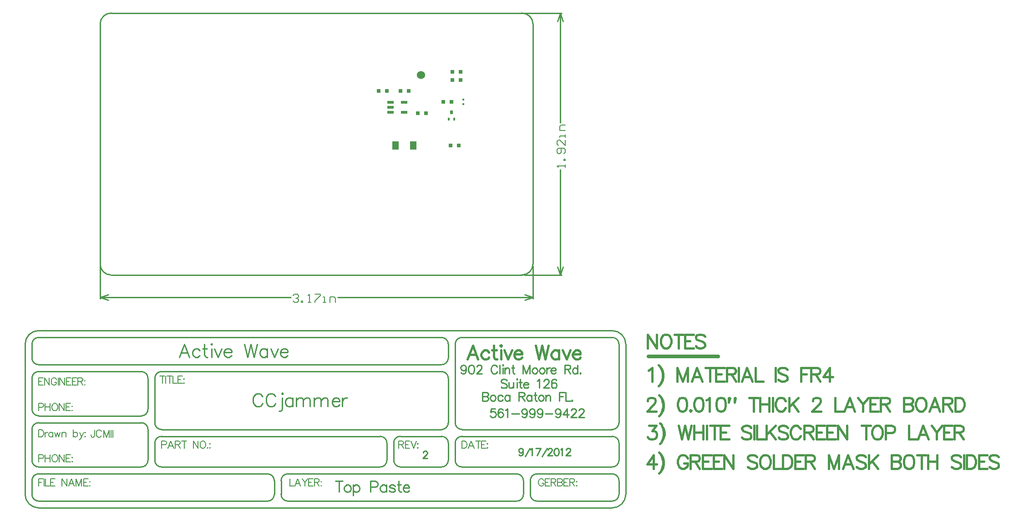
<source format=gtp>
%FSLAX25Y25*%
%MOIN*%
G70*
G01*
G75*
G04 Layer_Color=8421504*
%ADD10C,0.02500*%
%ADD11C,0.06000*%
%ADD12R,0.05000X0.02000*%
%ADD13R,0.03000X0.03000*%
%ADD14R,0.01575X0.01575*%
%ADD15R,0.01575X0.02362*%
%ADD16R,0.01969X0.02756*%
%ADD17R,0.05118X0.06299*%
%ADD18C,0.01000*%
%ADD19C,0.02000*%
%ADD20C,0.01200*%
%ADD21C,0.03000*%
%ADD22C,0.00800*%
%ADD23C,0.00600*%
%ADD24C,0.00900*%
%ADD25C,0.01500*%
%ADD26C,0.00500*%
%ADD27C,0.04000*%
%ADD28C,0.00984*%
D10*
X401800Y-59700D02*
X452800D01*
D11*
X235000Y146500D02*
D03*
D12*
X212600Y119150D02*
D03*
Y122950D02*
D03*
X222600Y119150D02*
D03*
X212600Y126650D02*
D03*
X222600D02*
D03*
D13*
X264000Y143000D02*
D03*
X258000D02*
D03*
X264000Y149000D02*
D03*
X258000D02*
D03*
X232600Y118600D02*
D03*
X238600D02*
D03*
X219900Y135000D02*
D03*
X225900D02*
D03*
X251200Y126800D02*
D03*
X257200D02*
D03*
X204100Y134900D02*
D03*
X210100D02*
D03*
X262800Y95100D02*
D03*
X256800D02*
D03*
D14*
X265900Y125325D02*
D03*
Y128475D02*
D03*
D15*
X259169Y114250D02*
D03*
X255231D02*
D03*
D16*
X257200Y119369D02*
D03*
D17*
X229196Y94800D02*
D03*
X216204D02*
D03*
D18*
X175066Y-151202D02*
Y-159200D01*
X172400Y-151202D02*
X177732D01*
X180589Y-153868D02*
X179827Y-154249D01*
X179065Y-155010D01*
X178684Y-156153D01*
Y-156915D01*
X179065Y-158057D01*
X179827Y-158819D01*
X180589Y-159200D01*
X181731D01*
X182493Y-158819D01*
X183255Y-158057D01*
X183636Y-156915D01*
Y-156153D01*
X183255Y-155010D01*
X182493Y-154249D01*
X181731Y-153868D01*
X180589D01*
X185388D02*
Y-161866D01*
Y-155010D02*
X186149Y-154249D01*
X186911Y-153868D01*
X188054D01*
X188815Y-154249D01*
X189577Y-155010D01*
X189958Y-156153D01*
Y-156915D01*
X189577Y-158057D01*
X188815Y-158819D01*
X188054Y-159200D01*
X186911D01*
X186149Y-158819D01*
X185388Y-158057D01*
X197956Y-155391D02*
X201384D01*
X202527Y-155010D01*
X202908Y-154630D01*
X203289Y-153868D01*
Y-152725D01*
X202908Y-151963D01*
X202527Y-151583D01*
X201384Y-151202D01*
X197956D01*
Y-159200D01*
X209649Y-153868D02*
Y-159200D01*
Y-155010D02*
X208887Y-154249D01*
X208126Y-153868D01*
X206983D01*
X206221Y-154249D01*
X205460Y-155010D01*
X205079Y-156153D01*
Y-156915D01*
X205460Y-158057D01*
X206221Y-158819D01*
X206983Y-159200D01*
X208126D01*
X208887Y-158819D01*
X209649Y-158057D01*
X215972Y-155010D02*
X215591Y-154249D01*
X214448Y-153868D01*
X213305D01*
X212163Y-154249D01*
X211782Y-155010D01*
X212163Y-155772D01*
X212925Y-156153D01*
X214829Y-156534D01*
X215591Y-156915D01*
X215972Y-157676D01*
Y-158057D01*
X215591Y-158819D01*
X214448Y-159200D01*
X213305D01*
X212163Y-158819D01*
X211782Y-158057D01*
X218790Y-151202D02*
Y-157676D01*
X219171Y-158819D01*
X219933Y-159200D01*
X220694D01*
X217648Y-153868D02*
X220314D01*
X221837Y-156153D02*
X226408D01*
Y-155391D01*
X226027Y-154630D01*
X225646Y-154249D01*
X224884Y-153868D01*
X223741D01*
X222980Y-154249D01*
X222218Y-155010D01*
X221837Y-156153D01*
Y-156915D01*
X222218Y-158057D01*
X222980Y-158819D01*
X223741Y-159200D01*
X224884D01*
X225646Y-158819D01*
X226408Y-158057D01*
X310500Y192000D02*
X338000D01*
X310500Y0D02*
X338000D01*
X337000Y111495D02*
Y192000D01*
Y0D02*
Y77305D01*
X335000Y186000D02*
X337000Y192000D01*
X339000Y186000D01*
X337000Y0D02*
X339000Y6000D01*
X335000D02*
X337000Y0D01*
X317000Y-17500D02*
Y6516D01*
X0Y-17500D02*
Y6516D01*
X173995Y-16500D02*
X317000D01*
X0D02*
X139805D01*
X311000Y-14500D02*
X317000Y-16500D01*
X311000Y-18500D02*
X317000Y-16500D01*
X0D02*
X6000Y-18500D01*
X0Y-16500D02*
X6000Y-14500D01*
X-16Y8016D02*
G03*
X8000Y0I8016J0D01*
G01*
X8016Y192016D02*
G03*
X0Y184000I0J-8016D01*
G01*
X317016Y183984D02*
G03*
X309000Y192000I-8016J0D01*
G01*
Y0D02*
G03*
X317016Y8016I0J8016D01*
G01*
X8000Y0D02*
X309000D01*
X0Y8016D02*
Y184000D01*
X317000Y8016D02*
Y183984D01*
X8016Y192000D02*
X309000D01*
X127501Y-150794D02*
G03*
X122502Y-145794I-5000J0D01*
G01*
X122618Y-165794D02*
G03*
X127499Y-160827I84J4800D01*
G01*
X137502Y-145794D02*
G03*
X132501Y-150794I0J-5000D01*
G01*
Y-160794D02*
G03*
X137414Y-165793I5000J0D01*
G01*
X310001Y-150794D02*
G03*
X305001Y-145794I-5000J0D01*
G01*
X305118Y-165794D02*
G03*
X309999Y-160827I84J4800D01*
G01*
X315002Y-160894D02*
G03*
X319987Y-165793I4900J0D01*
G01*
X320002Y-145794D02*
G03*
X315002Y-150794I0J-5000D01*
G01*
X35002Y-75694D02*
G03*
X30101Y-70794I-4900J0D01*
G01*
X30202Y-103294D02*
G03*
X35002Y-98494I0J4800D01*
G01*
Y-113194D02*
G03*
X29930Y-108297I-4900J0D01*
G01*
X40001Y-108394D02*
G03*
X44901Y-113294I4900J0D01*
G01*
X40001Y-135894D02*
G03*
X44901Y-140794I4900J0D01*
G01*
X30101D02*
G03*
X35002Y-135894I0J4900D01*
G01*
X210001Y-123194D02*
G03*
X205101Y-118294I-4900J0D01*
G01*
Y-140794D02*
G03*
X210001Y-135809I0J4900D01*
G01*
X215002Y-135694D02*
G03*
X220012Y-140793I5100J0D01*
G01*
X219801Y-118294D02*
G03*
X215008Y-123345I0J-4800D01*
G01*
X45002Y-118294D02*
G03*
X40001Y-123294I0J-5000D01*
G01*
X45001Y-70794D02*
G03*
X40001Y-75794I0J-5000D01*
G01*
X-49999Y-135794D02*
G03*
X-45086Y-140793I5000J0D01*
G01*
X-44998Y-108294D02*
G03*
X-49999Y-113294I0J-5000D01*
G01*
Y-98294D02*
G03*
X-44998Y-103294I5000J0D01*
G01*
Y-70794D02*
G03*
X-49999Y-75794I0J-5000D01*
G01*
Y-60794D02*
G03*
X-44998Y-65794I5000J0D01*
G01*
Y-45794D02*
G03*
X-49999Y-50794I0J-5000D01*
G01*
X255001D02*
G03*
X250002Y-45794I-5000J0D01*
G01*
X265002D02*
G03*
X260001Y-50794I0J-5000D01*
G01*
X250002Y-65794D02*
G03*
X255001Y-60794I0J5000D01*
G01*
Y-75794D02*
G03*
X250002Y-70794I-5000J0D01*
G01*
X-44998Y-145794D02*
G03*
X-49999Y-150794I0J-5000D01*
G01*
X250089Y-113294D02*
G03*
X255002Y-108294I-87J5000D01*
G01*
X-49999Y-160794D02*
G03*
X-45086Y-165793I5000J0D01*
G01*
X255001Y-123194D02*
G03*
X250101Y-118294I-4900J0D01*
G01*
X260001Y-135894D02*
G03*
X264987Y-140793I4900J0D01*
G01*
X250002Y-140794D02*
G03*
X255001Y-135794I0J5000D01*
G01*
X375002Y-165794D02*
G03*
X380001Y-160794I0J5000D01*
G01*
X380002Y-150707D02*
G03*
X375002Y-145793I-5000J-87D01*
G01*
Y-140794D02*
G03*
X380001Y-135794I0J5000D01*
G01*
Y-50694D02*
G03*
X374931Y-45797I-4900J0D01*
G01*
X385001Y-50794D02*
G03*
X375002Y-40794I-10000J0D01*
G01*
Y-170794D02*
G03*
X385001Y-160794I0J10000D01*
G01*
X-54998Y-160694D02*
G03*
X-45075Y-170792I10100J0D01*
G01*
X-44998Y-40794D02*
G03*
X-54998Y-50794I0J-10000D01*
G01*
X260001Y-108294D02*
G03*
X265002Y-113294I5000J0D01*
G01*
X375002D02*
G03*
X380001Y-108294I0J5000D01*
G01*
X265002Y-118294D02*
G03*
X260001Y-123294I0J-5000D01*
G01*
X380001Y-123194D02*
G03*
X375101Y-118294I-4900J0D01*
G01*
X137502Y-165794D02*
X305001D01*
X-44998D02*
X122502D01*
X-44998Y-145794D02*
X122502D01*
X137502D02*
X305001D01*
X320002Y-165794D02*
X375002D01*
X320002Y-145794D02*
X375002D01*
X-44998Y-45794D02*
X250002D01*
X-44998Y-170794D02*
X375002D01*
X-44998Y-40794D02*
X375002D01*
X-44998Y-140794D02*
X30002D01*
X-44998Y-108294D02*
X30002D01*
X-44998Y-103294D02*
X30002D01*
X-44998Y-70794D02*
X30002D01*
X-44998Y-65794D02*
X250002D01*
X45002Y-70794D02*
X250002D01*
X45002Y-118294D02*
X205001D01*
X45002Y-140794D02*
X205001D01*
X220002D02*
X250002D01*
X220002Y-118294D02*
X250002D01*
X265002Y-140794D02*
X375002D01*
X265002Y-45794D02*
X375002D01*
X45002Y-113294D02*
X250002D01*
X265002D02*
X375002D01*
X265002Y-118294D02*
X375002D01*
X127501Y-160794D02*
Y-150794D01*
X132501Y-160794D02*
Y-150794D01*
X310001Y-160794D02*
Y-150794D01*
X315002Y-160794D02*
Y-150794D01*
X385001Y-160794D02*
Y-50794D01*
X-49999Y-135794D02*
Y-113294D01*
X35002Y-135794D02*
Y-113294D01*
X-49999Y-98294D02*
Y-75794D01*
X35002Y-98294D02*
Y-75794D01*
X-49999Y-60794D02*
Y-50794D01*
X255001Y-60794D02*
Y-50794D01*
Y-108294D02*
Y-75794D01*
X40001Y-108294D02*
Y-75794D01*
X210001Y-135794D02*
Y-123294D01*
X40001Y-135794D02*
Y-123294D01*
X215002Y-135794D02*
Y-123294D01*
X255001Y-135794D02*
Y-123294D01*
X380001Y-160794D02*
Y-150794D01*
X-49999Y-160794D02*
Y-150794D01*
X-54998Y-160794D02*
Y-50794D01*
X260001Y-108294D02*
Y-50794D01*
X380001Y-108294D02*
Y-50794D01*
X260001Y-135794D02*
Y-123294D01*
X380001Y-135794D02*
Y-123194D01*
X297875Y-77392D02*
X297266Y-76782D01*
X296352Y-76478D01*
X295133D01*
X294219Y-76782D01*
X293609Y-77392D01*
Y-78001D01*
X293914Y-78611D01*
X294219Y-78915D01*
X294828Y-79220D01*
X296656Y-79829D01*
X297266Y-80134D01*
X297570Y-80439D01*
X297875Y-81048D01*
Y-81962D01*
X297266Y-82572D01*
X296352Y-82876D01*
X295133D01*
X294219Y-82572D01*
X293609Y-81962D01*
X299307Y-78611D02*
Y-81658D01*
X299612Y-82572D01*
X300221Y-82876D01*
X301135D01*
X301745Y-82572D01*
X302659Y-81658D01*
Y-78611D02*
Y-82876D01*
X304944Y-76478D02*
X305249Y-76782D01*
X305554Y-76478D01*
X305249Y-76173D01*
X304944Y-76478D01*
X305249Y-78611D02*
Y-82876D01*
X307595Y-76478D02*
Y-81658D01*
X307900Y-82572D01*
X308509Y-82876D01*
X309119D01*
X306681Y-78611D02*
X308814D01*
X310033Y-80439D02*
X313689D01*
Y-79829D01*
X313384Y-79220D01*
X313080Y-78915D01*
X312470Y-78611D01*
X311556D01*
X310947Y-78915D01*
X310337Y-79525D01*
X310033Y-80439D01*
Y-81048D01*
X310337Y-81962D01*
X310947Y-82572D01*
X311556Y-82876D01*
X312470D01*
X313080Y-82572D01*
X313689Y-81962D01*
X320088Y-77697D02*
X320697Y-77392D01*
X321611Y-76478D01*
Y-82876D01*
X325085Y-78001D02*
Y-77697D01*
X325389Y-77087D01*
X325694Y-76782D01*
X326303Y-76478D01*
X327522D01*
X328132Y-76782D01*
X328436Y-77087D01*
X328741Y-77697D01*
Y-78306D01*
X328436Y-78915D01*
X327827Y-79829D01*
X324780Y-82876D01*
X329046D01*
X334134Y-77392D02*
X333829Y-76782D01*
X332915Y-76478D01*
X332306D01*
X331392Y-76782D01*
X330783Y-77697D01*
X330478Y-79220D01*
Y-80743D01*
X330783Y-81962D01*
X331392Y-82572D01*
X332306Y-82876D01*
X332611D01*
X333525Y-82572D01*
X334134Y-81962D01*
X334439Y-81048D01*
Y-80743D01*
X334134Y-79829D01*
X333525Y-79220D01*
X332611Y-78915D01*
X332306D01*
X331392Y-79220D01*
X330783Y-79829D01*
X330478Y-80743D01*
X289266Y-97978D02*
X286219D01*
X285914Y-100720D01*
X286219Y-100415D01*
X287133Y-100111D01*
X288047D01*
X288961Y-100415D01*
X289570Y-101025D01*
X289875Y-101939D01*
Y-102548D01*
X289570Y-103462D01*
X288961Y-104072D01*
X288047Y-104376D01*
X287133D01*
X286219Y-104072D01*
X285914Y-103767D01*
X285610Y-103158D01*
X294964Y-98892D02*
X294659Y-98282D01*
X293745Y-97978D01*
X293135D01*
X292221Y-98282D01*
X291612Y-99196D01*
X291307Y-100720D01*
Y-102243D01*
X291612Y-103462D01*
X292221Y-104072D01*
X293135Y-104376D01*
X293440D01*
X294354Y-104072D01*
X294964Y-103462D01*
X295268Y-102548D01*
Y-102243D01*
X294964Y-101329D01*
X294354Y-100720D01*
X293440Y-100415D01*
X293135D01*
X292221Y-100720D01*
X291612Y-101329D01*
X291307Y-102243D01*
X296670Y-99196D02*
X297279Y-98892D01*
X298193Y-97978D01*
Y-104376D01*
X301362Y-101634D02*
X306847D01*
X312697Y-100111D02*
X312392Y-101025D01*
X311783Y-101634D01*
X310869Y-101939D01*
X310564D01*
X309650Y-101634D01*
X309041Y-101025D01*
X308736Y-100111D01*
Y-99806D01*
X309041Y-98892D01*
X309650Y-98282D01*
X310564Y-97978D01*
X310869D01*
X311783Y-98282D01*
X312392Y-98892D01*
X312697Y-100111D01*
Y-101634D01*
X312392Y-103158D01*
X311783Y-104072D01*
X310869Y-104376D01*
X310259D01*
X309345Y-104072D01*
X309041Y-103462D01*
X318395Y-100111D02*
X318090Y-101025D01*
X317481Y-101634D01*
X316567Y-101939D01*
X316262D01*
X315348Y-101634D01*
X314738Y-101025D01*
X314434Y-100111D01*
Y-99806D01*
X314738Y-98892D01*
X315348Y-98282D01*
X316262Y-97978D01*
X316567D01*
X317481Y-98282D01*
X318090Y-98892D01*
X318395Y-100111D01*
Y-101634D01*
X318090Y-103158D01*
X317481Y-104072D01*
X316567Y-104376D01*
X315957D01*
X315043Y-104072D01*
X314738Y-103462D01*
X324093Y-100111D02*
X323788Y-101025D01*
X323179Y-101634D01*
X322265Y-101939D01*
X321960D01*
X321046Y-101634D01*
X320436Y-101025D01*
X320132Y-100111D01*
Y-99806D01*
X320436Y-98892D01*
X321046Y-98282D01*
X321960Y-97978D01*
X322265D01*
X323179Y-98282D01*
X323788Y-98892D01*
X324093Y-100111D01*
Y-101634D01*
X323788Y-103158D01*
X323179Y-104072D01*
X322265Y-104376D01*
X321655D01*
X320741Y-104072D01*
X320436Y-103462D01*
X325829Y-101634D02*
X331314D01*
X337164Y-100111D02*
X336859Y-101025D01*
X336250Y-101634D01*
X335336Y-101939D01*
X335031D01*
X334117Y-101634D01*
X333508Y-101025D01*
X333203Y-100111D01*
Y-99806D01*
X333508Y-98892D01*
X334117Y-98282D01*
X335031Y-97978D01*
X335336D01*
X336250Y-98282D01*
X336859Y-98892D01*
X337164Y-100111D01*
Y-101634D01*
X336859Y-103158D01*
X336250Y-104072D01*
X335336Y-104376D01*
X334727D01*
X333812Y-104072D01*
X333508Y-103462D01*
X341948Y-97978D02*
X338901Y-102243D01*
X343471D01*
X341948Y-97978D02*
Y-104376D01*
X344903Y-99501D02*
Y-99196D01*
X345208Y-98587D01*
X345513Y-98282D01*
X346122Y-97978D01*
X347341D01*
X347950Y-98282D01*
X348255Y-98587D01*
X348560Y-99196D01*
Y-99806D01*
X348255Y-100415D01*
X347646Y-101329D01*
X344599Y-104376D01*
X348865D01*
X350601Y-99501D02*
Y-99196D01*
X350906Y-98587D01*
X351211Y-98282D01*
X351820Y-97978D01*
X353039D01*
X353648Y-98282D01*
X353953Y-98587D01*
X354258Y-99196D01*
Y-99806D01*
X353953Y-100415D01*
X353344Y-101329D01*
X350297Y-104376D01*
X354562D01*
X268071Y-68111D02*
X267766Y-69025D01*
X267156Y-69634D01*
X266242Y-69939D01*
X265938D01*
X265024Y-69634D01*
X264414Y-69025D01*
X264109Y-68111D01*
Y-67806D01*
X264414Y-66892D01*
X265024Y-66282D01*
X265938Y-65978D01*
X266242D01*
X267156Y-66282D01*
X267766Y-66892D01*
X268071Y-68111D01*
Y-69634D01*
X267766Y-71158D01*
X267156Y-72072D01*
X266242Y-72376D01*
X265633D01*
X264719Y-72072D01*
X264414Y-71462D01*
X271636Y-65978D02*
X270721Y-66282D01*
X270112Y-67197D01*
X269807Y-68720D01*
Y-69634D01*
X270112Y-71158D01*
X270721Y-72072D01*
X271636Y-72376D01*
X272245D01*
X273159Y-72072D01*
X273768Y-71158D01*
X274073Y-69634D01*
Y-68720D01*
X273768Y-67197D01*
X273159Y-66282D01*
X272245Y-65978D01*
X271636D01*
X275810Y-67501D02*
Y-67197D01*
X276115Y-66587D01*
X276419Y-66282D01*
X277029Y-65978D01*
X278247D01*
X278857Y-66282D01*
X279162Y-66587D01*
X279466Y-67197D01*
Y-67806D01*
X279162Y-68415D01*
X278552Y-69329D01*
X275505Y-72376D01*
X279771D01*
X290801Y-67501D02*
X290496Y-66892D01*
X289887Y-66282D01*
X289277Y-65978D01*
X288059D01*
X287449Y-66282D01*
X286840Y-66892D01*
X286535Y-67501D01*
X286230Y-68415D01*
Y-69939D01*
X286535Y-70853D01*
X286840Y-71462D01*
X287449Y-72072D01*
X288059Y-72376D01*
X289277D01*
X289887Y-72072D01*
X290496Y-71462D01*
X290801Y-70853D01*
X292599Y-65978D02*
Y-72376D01*
X294549Y-65978D02*
X294853Y-66282D01*
X295158Y-65978D01*
X294853Y-65673D01*
X294549Y-65978D01*
X294853Y-68111D02*
Y-72376D01*
X296285Y-68111D02*
Y-72376D01*
Y-69329D02*
X297200Y-68415D01*
X297809Y-68111D01*
X298723D01*
X299332Y-68415D01*
X299637Y-69329D01*
Y-72376D01*
X302227Y-65978D02*
Y-71158D01*
X302532Y-72072D01*
X303141Y-72376D01*
X303750D01*
X301313Y-68111D02*
X303446D01*
X309692Y-65978D02*
Y-72376D01*
Y-65978D02*
X312130Y-72376D01*
X314567Y-65978D02*
X312130Y-72376D01*
X314567Y-65978D02*
Y-72376D01*
X317919Y-68111D02*
X317309Y-68415D01*
X316700Y-69025D01*
X316395Y-69939D01*
Y-70548D01*
X316700Y-71462D01*
X317309Y-72072D01*
X317919Y-72376D01*
X318833D01*
X319442Y-72072D01*
X320052Y-71462D01*
X320356Y-70548D01*
Y-69939D01*
X320052Y-69025D01*
X319442Y-68415D01*
X318833Y-68111D01*
X317919D01*
X323282D02*
X322672Y-68415D01*
X322063Y-69025D01*
X321758Y-69939D01*
Y-70548D01*
X322063Y-71462D01*
X322672Y-72072D01*
X323282Y-72376D01*
X324196D01*
X324805Y-72072D01*
X325414Y-71462D01*
X325719Y-70548D01*
Y-69939D01*
X325414Y-69025D01*
X324805Y-68415D01*
X324196Y-68111D01*
X323282D01*
X327121D02*
Y-72376D01*
Y-69939D02*
X327425Y-69025D01*
X328035Y-68415D01*
X328644Y-68111D01*
X329558D01*
X330137Y-69939D02*
X333794D01*
Y-69329D01*
X333489Y-68720D01*
X333184Y-68415D01*
X332575Y-68111D01*
X331661D01*
X331051Y-68415D01*
X330442Y-69025D01*
X330137Y-69939D01*
Y-70548D01*
X330442Y-71462D01*
X331051Y-72072D01*
X331661Y-72376D01*
X332575D01*
X333184Y-72072D01*
X333794Y-71462D01*
X340192Y-65978D02*
Y-72376D01*
Y-65978D02*
X342934D01*
X343849Y-66282D01*
X344153Y-66587D01*
X344458Y-67197D01*
Y-67806D01*
X344153Y-68415D01*
X343849Y-68720D01*
X342934Y-69025D01*
X340192D01*
X342325D02*
X344458Y-72376D01*
X349546Y-65978D02*
Y-72376D01*
Y-69025D02*
X348937Y-68415D01*
X348328Y-68111D01*
X347413D01*
X346804Y-68415D01*
X346195Y-69025D01*
X345890Y-69939D01*
Y-70548D01*
X346195Y-71462D01*
X346804Y-72072D01*
X347413Y-72376D01*
X348328D01*
X348937Y-72072D01*
X349546Y-71462D01*
X351557Y-71767D02*
X351253Y-72072D01*
X351557Y-72376D01*
X351862Y-72072D01*
X351557Y-71767D01*
X280110Y-85978D02*
Y-92376D01*
Y-85978D02*
X282852D01*
X283766Y-86282D01*
X284070Y-86587D01*
X284375Y-87196D01*
Y-87806D01*
X284070Y-88415D01*
X283766Y-88720D01*
X282852Y-89025D01*
X280110D02*
X282852D01*
X283766Y-89329D01*
X284070Y-89634D01*
X284375Y-90244D01*
Y-91158D01*
X284070Y-91767D01*
X283766Y-92072D01*
X282852Y-92376D01*
X280110D01*
X287331Y-88111D02*
X286721Y-88415D01*
X286112Y-89025D01*
X285807Y-89939D01*
Y-90548D01*
X286112Y-91462D01*
X286721Y-92072D01*
X287331Y-92376D01*
X288245D01*
X288854Y-92072D01*
X289464Y-91462D01*
X289768Y-90548D01*
Y-89939D01*
X289464Y-89025D01*
X288854Y-88415D01*
X288245Y-88111D01*
X287331D01*
X294826Y-89025D02*
X294217Y-88415D01*
X293607Y-88111D01*
X292693D01*
X292084Y-88415D01*
X291475Y-89025D01*
X291170Y-89939D01*
Y-90548D01*
X291475Y-91462D01*
X292084Y-92072D01*
X292693Y-92376D01*
X293607D01*
X294217Y-92072D01*
X294826Y-91462D01*
X299854Y-88111D02*
Y-92376D01*
Y-89025D02*
X299244Y-88415D01*
X298635Y-88111D01*
X297721D01*
X297112Y-88415D01*
X296502Y-89025D01*
X296197Y-89939D01*
Y-90548D01*
X296502Y-91462D01*
X297112Y-92072D01*
X297721Y-92376D01*
X298635D01*
X299244Y-92072D01*
X299854Y-91462D01*
X306588Y-85978D02*
Y-92376D01*
Y-85978D02*
X309330D01*
X310244Y-86282D01*
X310549Y-86587D01*
X310853Y-87196D01*
Y-87806D01*
X310549Y-88415D01*
X310244Y-88720D01*
X309330Y-89025D01*
X306588D01*
X308720D02*
X310853Y-92376D01*
X315942Y-88111D02*
Y-92376D01*
Y-89025D02*
X315332Y-88415D01*
X314723Y-88111D01*
X313809D01*
X313199Y-88415D01*
X312590Y-89025D01*
X312285Y-89939D01*
Y-90548D01*
X312590Y-91462D01*
X313199Y-92072D01*
X313809Y-92376D01*
X314723D01*
X315332Y-92072D01*
X315942Y-91462D01*
X318562Y-85978D02*
Y-91158D01*
X318867Y-92072D01*
X319476Y-92376D01*
X320086D01*
X317648Y-88111D02*
X319781D01*
X322523D02*
X321914Y-88415D01*
X321304Y-89025D01*
X321000Y-89939D01*
Y-90548D01*
X321304Y-91462D01*
X321914Y-92072D01*
X322523Y-92376D01*
X323437D01*
X324047Y-92072D01*
X324656Y-91462D01*
X324961Y-90548D01*
Y-89939D01*
X324656Y-89025D01*
X324047Y-88415D01*
X323437Y-88111D01*
X322523D01*
X326362D02*
Y-92376D01*
Y-89329D02*
X327276Y-88415D01*
X327886Y-88111D01*
X328800D01*
X329409Y-88415D01*
X329714Y-89329D01*
Y-92376D01*
X336417Y-85978D02*
Y-92376D01*
Y-85978D02*
X340378D01*
X336417Y-89025D02*
X338855D01*
X341110Y-85978D02*
Y-92376D01*
X344766D01*
X345772Y-91767D02*
X345467Y-92072D01*
X345772Y-92376D01*
X346076Y-92072D01*
X345772Y-91767D01*
D22*
X-4163Y-113567D02*
Y-117630D01*
X-4417Y-118392D01*
X-4671Y-118646D01*
X-5179Y-118900D01*
X-5686D01*
X-6194Y-118646D01*
X-6448Y-118392D01*
X-6702Y-117630D01*
Y-117122D01*
X1017Y-114837D02*
X763Y-114329D01*
X255Y-113821D01*
X-253Y-113567D01*
X-1268D01*
X-1776Y-113821D01*
X-2284Y-114329D01*
X-2538Y-114837D01*
X-2792Y-115599D01*
Y-116868D01*
X-2538Y-117630D01*
X-2284Y-118138D01*
X-1776Y-118646D01*
X-1268Y-118900D01*
X-253D01*
X255Y-118646D01*
X763Y-118138D01*
X1017Y-117630D01*
X2515Y-113567D02*
Y-118900D01*
Y-113567D02*
X4546Y-118900D01*
X6578Y-113567D02*
X4546Y-118900D01*
X6578Y-113567D02*
Y-118900D01*
X8101Y-113567D02*
Y-118900D01*
X9218Y-113567D02*
Y-118900D01*
D23*
X340599Y78905D02*
Y80904D01*
Y79905D01*
X334601D01*
X335601Y78905D01*
X340599Y83903D02*
X339599D01*
Y84903D01*
X340599D01*
Y83903D01*
X339599Y88902D02*
X340599Y89901D01*
Y91901D01*
X339599Y92901D01*
X335601D01*
X334601Y91901D01*
Y89901D01*
X335601Y88902D01*
X336600D01*
X337600Y89901D01*
Y92901D01*
X340599Y98899D02*
Y94900D01*
X336600Y98899D01*
X335601D01*
X334601Y97899D01*
Y95899D01*
X335601Y94900D01*
X340599Y100898D02*
Y102897D01*
Y101898D01*
X336600D01*
Y100898D01*
X340599Y105896D02*
X336600D01*
Y108895D01*
X337600Y109895D01*
X340599D01*
X141405Y-15101D02*
X142405Y-14101D01*
X144404D01*
X145404Y-15101D01*
Y-16100D01*
X144404Y-17100D01*
X143404D01*
X144404D01*
X145404Y-18100D01*
Y-19099D01*
X144404Y-20099D01*
X142405D01*
X141405Y-19099D01*
X147403Y-20099D02*
Y-19099D01*
X148403D01*
Y-20099D01*
X147403D01*
X152401D02*
X154401D01*
X153401D01*
Y-14101D01*
X152401Y-15101D01*
X157400Y-14101D02*
X161398D01*
Y-15101D01*
X157400Y-19099D01*
Y-20099D01*
X163398D02*
X165397D01*
X164398D01*
Y-16100D01*
X163398D01*
X168396Y-20099D02*
Y-16100D01*
X171395D01*
X172395Y-17100D01*
Y-20099D01*
D24*
X309779Y-128785D02*
X309525Y-129547D01*
X309018Y-130055D01*
X308256Y-130309D01*
X308002D01*
X307240Y-130055D01*
X306733Y-129547D01*
X306479Y-128785D01*
Y-128531D01*
X306733Y-127769D01*
X307240Y-127262D01*
X308002Y-127008D01*
X308256D01*
X309018Y-127262D01*
X309525Y-127769D01*
X309779Y-128785D01*
Y-130055D01*
X309525Y-131324D01*
X309018Y-132086D01*
X308256Y-132340D01*
X307748D01*
X306986Y-132086D01*
X306733Y-131578D01*
X311227Y-133102D02*
X314782Y-127008D01*
X315137Y-128023D02*
X315645Y-127769D01*
X316407Y-127008D01*
Y-132340D01*
X322602Y-127008D02*
X320063Y-132340D01*
X319047Y-127008D02*
X322602D01*
X323796Y-133102D02*
X327350Y-127008D01*
X327960Y-128277D02*
Y-128023D01*
X328214Y-127516D01*
X328468Y-127262D01*
X328976Y-127008D01*
X329991D01*
X330499Y-127262D01*
X330753Y-127516D01*
X331007Y-128023D01*
Y-128531D01*
X330753Y-129039D01*
X330245Y-129801D01*
X327706Y-132340D01*
X331261D01*
X333978Y-127008D02*
X333216Y-127262D01*
X332708Y-128023D01*
X332454Y-129293D01*
Y-130055D01*
X332708Y-131324D01*
X333216Y-132086D01*
X333978Y-132340D01*
X334486D01*
X335247Y-132086D01*
X335755Y-131324D01*
X336009Y-130055D01*
Y-129293D01*
X335755Y-128023D01*
X335247Y-127262D01*
X334486Y-127008D01*
X333978D01*
X337203Y-128023D02*
X337710Y-127769D01*
X338472Y-127008D01*
Y-132340D01*
X341367Y-128277D02*
Y-128023D01*
X341621Y-127516D01*
X341875Y-127262D01*
X342382Y-127008D01*
X343398D01*
X343906Y-127262D01*
X344160Y-127516D01*
X344414Y-128023D01*
Y-128531D01*
X344160Y-129039D01*
X343652Y-129801D01*
X341113Y-132340D01*
X344668D01*
X65314Y-60294D02*
X61658Y-50696D01*
X58001Y-60294D01*
X59373Y-57095D02*
X63943D01*
X73038Y-55267D02*
X72124Y-54352D01*
X71210Y-53895D01*
X69839D01*
X68925Y-54352D01*
X68011Y-55267D01*
X67554Y-56638D01*
Y-57552D01*
X68011Y-58923D01*
X68925Y-59837D01*
X69839Y-60294D01*
X71210D01*
X72124Y-59837D01*
X73038Y-58923D01*
X76466Y-50696D02*
Y-58466D01*
X76923Y-59837D01*
X77837Y-60294D01*
X78751D01*
X75095Y-53895D02*
X78294D01*
X81036Y-50696D02*
X81494Y-51153D01*
X81950Y-50696D01*
X81494Y-50239D01*
X81036Y-50696D01*
X81494Y-53895D02*
Y-60294D01*
X83642Y-53895D02*
X86384Y-60294D01*
X89126Y-53895D02*
X86384Y-60294D01*
X90680Y-56638D02*
X96165D01*
Y-55724D01*
X95708Y-54809D01*
X95250Y-54352D01*
X94336Y-53895D01*
X92965D01*
X92051Y-54352D01*
X91137Y-55267D01*
X90680Y-56638D01*
Y-57552D01*
X91137Y-58923D01*
X92051Y-59837D01*
X92965Y-60294D01*
X94336D01*
X95250Y-59837D01*
X96165Y-58923D01*
X105763Y-50696D02*
X108048Y-60294D01*
X110333Y-50696D02*
X108048Y-60294D01*
X110333Y-50696D02*
X112618Y-60294D01*
X114903Y-50696D02*
X112618Y-60294D01*
X122308Y-53895D02*
Y-60294D01*
Y-55267D02*
X121394Y-54352D01*
X120479Y-53895D01*
X119108D01*
X118194Y-54352D01*
X117280Y-55267D01*
X116823Y-56638D01*
Y-57552D01*
X117280Y-58923D01*
X118194Y-59837D01*
X119108Y-60294D01*
X120479D01*
X121394Y-59837D01*
X122308Y-58923D01*
X124867Y-53895D02*
X127609Y-60294D01*
X130352Y-53895D02*
X127609Y-60294D01*
X131905Y-56638D02*
X137390D01*
Y-55724D01*
X136933Y-54809D01*
X136476Y-54352D01*
X135562Y-53895D01*
X134191D01*
X133277Y-54352D01*
X132363Y-55267D01*
X131905Y-56638D01*
Y-57552D01*
X132363Y-58923D01*
X133277Y-59837D01*
X134191Y-60294D01*
X135562D01*
X136476Y-59837D01*
X137390Y-58923D01*
X118856Y-89187D02*
X118399Y-88273D01*
X117484Y-87359D01*
X116570Y-86902D01*
X114742D01*
X113828Y-87359D01*
X112914Y-88273D01*
X112457Y-89187D01*
X112000Y-90558D01*
Y-92844D01*
X112457Y-94215D01*
X112914Y-95129D01*
X113828Y-96043D01*
X114742Y-96500D01*
X116570D01*
X117484Y-96043D01*
X118399Y-95129D01*
X118856Y-94215D01*
X128408Y-89187D02*
X127951Y-88273D01*
X127037Y-87359D01*
X126123Y-86902D01*
X124294D01*
X123380Y-87359D01*
X122466Y-88273D01*
X122009Y-89187D01*
X121552Y-90558D01*
Y-92844D01*
X122009Y-94215D01*
X122466Y-95129D01*
X123380Y-96043D01*
X124294Y-96500D01*
X126123D01*
X127037Y-96043D01*
X127951Y-95129D01*
X128408Y-94215D01*
X132933Y-86902D02*
X133390Y-87359D01*
X133847Y-86902D01*
X133390Y-86445D01*
X132933Y-86902D01*
X133390Y-90101D02*
Y-97871D01*
X132933Y-99242D01*
X132019Y-99699D01*
X131105D01*
X141114Y-90101D02*
Y-96500D01*
Y-91473D02*
X140200Y-90558D01*
X139286Y-90101D01*
X137914D01*
X137000Y-90558D01*
X136086Y-91473D01*
X135629Y-92844D01*
Y-93758D01*
X136086Y-95129D01*
X137000Y-96043D01*
X137914Y-96500D01*
X139286D01*
X140200Y-96043D01*
X141114Y-95129D01*
X143673Y-90101D02*
Y-96500D01*
Y-91930D02*
X145044Y-90558D01*
X145958Y-90101D01*
X147330D01*
X148244Y-90558D01*
X148701Y-91930D01*
Y-96500D01*
Y-91930D02*
X150072Y-90558D01*
X150986Y-90101D01*
X152357D01*
X153271Y-90558D01*
X153728Y-91930D01*
Y-96500D01*
X156745Y-90101D02*
Y-96500D01*
Y-91930D02*
X158116Y-90558D01*
X159030Y-90101D01*
X160401D01*
X161315Y-90558D01*
X161772Y-91930D01*
Y-96500D01*
Y-91930D02*
X163143Y-90558D01*
X164057Y-90101D01*
X165428D01*
X166343Y-90558D01*
X166800Y-91930D01*
Y-96500D01*
X169816Y-92844D02*
X175301D01*
Y-91930D01*
X174844Y-91015D01*
X174387Y-90558D01*
X173472Y-90101D01*
X172101D01*
X171187Y-90558D01*
X170273Y-91473D01*
X169816Y-92844D01*
Y-93758D01*
X170273Y-95129D01*
X171187Y-96043D01*
X172101Y-96500D01*
X173472D01*
X174387Y-96043D01*
X175301Y-95129D01*
X177357Y-90101D02*
Y-96500D01*
Y-92844D02*
X177814Y-91473D01*
X178728Y-90558D01*
X179643Y-90101D01*
X181014D01*
X236505Y-130481D02*
Y-130227D01*
X236759Y-129720D01*
X237013Y-129466D01*
X237521Y-129212D01*
X238537D01*
X239044Y-129466D01*
X239298Y-129720D01*
X239552Y-130227D01*
Y-130735D01*
X239298Y-131243D01*
X238790Y-132005D01*
X236251Y-134544D01*
X239806D01*
D25*
X276727Y-61876D02*
X272918Y-51878D01*
X269110Y-61876D01*
X270538Y-58544D02*
X275299D01*
X284773Y-56639D02*
X283821Y-55687D01*
X282868Y-55211D01*
X281440D01*
X280488Y-55687D01*
X279536Y-56639D01*
X279060Y-58068D01*
Y-59020D01*
X279536Y-60448D01*
X280488Y-61400D01*
X281440Y-61876D01*
X282868D01*
X283821Y-61400D01*
X284773Y-60448D01*
X288343Y-51878D02*
Y-59972D01*
X288820Y-61400D01*
X289772Y-61876D01*
X290724D01*
X286915Y-55211D02*
X290248D01*
X293104Y-51878D02*
X293580Y-52355D01*
X294057Y-51878D01*
X293580Y-51402D01*
X293104Y-51878D01*
X293580Y-55211D02*
Y-61876D01*
X295818Y-55211D02*
X298675Y-61876D01*
X301531Y-55211D02*
X298675Y-61876D01*
X303150Y-58068D02*
X308863D01*
Y-57116D01*
X308387Y-56163D01*
X307911Y-55687D01*
X306959Y-55211D01*
X305530D01*
X304578Y-55687D01*
X303626Y-56639D01*
X303150Y-58068D01*
Y-59020D01*
X303626Y-60448D01*
X304578Y-61400D01*
X305530Y-61876D01*
X306959D01*
X307911Y-61400D01*
X308863Y-60448D01*
X318861Y-51878D02*
X321241Y-61876D01*
X323622Y-51878D02*
X321241Y-61876D01*
X323622Y-51878D02*
X326002Y-61876D01*
X328382Y-51878D02*
X326002Y-61876D01*
X336095Y-55211D02*
Y-61876D01*
Y-56639D02*
X335143Y-55687D01*
X334191Y-55211D01*
X332763D01*
X331810Y-55687D01*
X330858Y-56639D01*
X330382Y-58068D01*
Y-59020D01*
X330858Y-60448D01*
X331810Y-61400D01*
X332763Y-61876D01*
X334191D01*
X335143Y-61400D01*
X336095Y-60448D01*
X338761Y-55211D02*
X341618Y-61876D01*
X344474Y-55211D02*
X341618Y-61876D01*
X346093Y-58068D02*
X351806D01*
Y-57116D01*
X351330Y-56163D01*
X350854Y-55687D01*
X349902Y-55211D01*
X348473D01*
X347521Y-55687D01*
X346569Y-56639D01*
X346093Y-58068D01*
Y-59020D01*
X346569Y-60448D01*
X347521Y-61400D01*
X348473Y-61876D01*
X349902D01*
X350854Y-61400D01*
X351806Y-60448D01*
X401100Y-43602D02*
Y-53600D01*
Y-43602D02*
X407765Y-53600D01*
Y-43602D02*
Y-53600D01*
X413383Y-43602D02*
X412431Y-44078D01*
X411479Y-45030D01*
X411003Y-45983D01*
X410527Y-47411D01*
Y-49791D01*
X411003Y-51220D01*
X411479Y-52172D01*
X412431Y-53124D01*
X413383Y-53600D01*
X415287D01*
X416240Y-53124D01*
X417192Y-52172D01*
X417668Y-51220D01*
X418144Y-49791D01*
Y-47411D01*
X417668Y-45983D01*
X417192Y-45030D01*
X416240Y-44078D01*
X415287Y-43602D01*
X413383D01*
X423809D02*
Y-53600D01*
X420477Y-43602D02*
X427142D01*
X434521D02*
X428332D01*
Y-53600D01*
X434521D01*
X428332Y-48363D02*
X432141D01*
X442853Y-45030D02*
X441901Y-44078D01*
X440473Y-43602D01*
X438568D01*
X437140Y-44078D01*
X436188Y-45030D01*
Y-45983D01*
X436664Y-46935D01*
X437140Y-47411D01*
X438092Y-47887D01*
X440949Y-48839D01*
X441901Y-49315D01*
X442377Y-49791D01*
X442853Y-50744D01*
Y-52172D01*
X441901Y-53124D01*
X440473Y-53600D01*
X438568D01*
X437140Y-53124D01*
X436188Y-52172D01*
X401800Y-69907D02*
X402752Y-69430D01*
X404180Y-68002D01*
Y-78000D01*
X409132Y-66098D02*
X410084Y-67050D01*
X411036Y-68478D01*
X411988Y-70383D01*
X412464Y-72763D01*
Y-74667D01*
X411988Y-77048D01*
X411036Y-78952D01*
X410084Y-80380D01*
X409132Y-81333D01*
X410084Y-67050D02*
X411036Y-68954D01*
X411512Y-70383D01*
X411988Y-72763D01*
Y-74667D01*
X411512Y-77048D01*
X411036Y-78476D01*
X410084Y-80380D01*
X422748Y-68002D02*
Y-78000D01*
Y-68002D02*
X426557Y-78000D01*
X430365Y-68002D02*
X426557Y-78000D01*
X430365Y-68002D02*
Y-78000D01*
X440839D02*
X437031Y-68002D01*
X433222Y-78000D01*
X434650Y-74667D02*
X439411D01*
X446505Y-68002D02*
Y-78000D01*
X443172Y-68002D02*
X449837D01*
X457217D02*
X451027D01*
Y-78000D01*
X457217D01*
X451027Y-72763D02*
X454836D01*
X458883Y-68002D02*
Y-78000D01*
Y-68002D02*
X463168D01*
X464596Y-68478D01*
X465072Y-68954D01*
X465548Y-69907D01*
Y-70859D01*
X465072Y-71811D01*
X464596Y-72287D01*
X463168Y-72763D01*
X458883D01*
X462216D02*
X465548Y-78000D01*
X467786Y-68002D02*
Y-78000D01*
X477498D02*
X473689Y-68002D01*
X469881Y-78000D01*
X471309Y-74667D02*
X476070D01*
X479831Y-68002D02*
Y-78000D01*
X485544D01*
X494494Y-68002D02*
Y-78000D01*
X503255Y-69430D02*
X502302Y-68478D01*
X500874Y-68002D01*
X498970D01*
X497541Y-68478D01*
X496589Y-69430D01*
Y-70383D01*
X497065Y-71335D01*
X497541Y-71811D01*
X498494Y-72287D01*
X501350Y-73239D01*
X502302Y-73715D01*
X502778Y-74191D01*
X503255Y-75143D01*
Y-76572D01*
X502302Y-77524D01*
X500874Y-78000D01*
X498970D01*
X497541Y-77524D01*
X496589Y-76572D01*
X513347Y-68002D02*
Y-78000D01*
Y-68002D02*
X519537D01*
X513347Y-72763D02*
X517156D01*
X520679Y-68002D02*
Y-78000D01*
Y-68002D02*
X524964D01*
X526392Y-68478D01*
X526868Y-68954D01*
X527345Y-69907D01*
Y-70859D01*
X526868Y-71811D01*
X526392Y-72287D01*
X524964Y-72763D01*
X520679D01*
X524012D02*
X527345Y-78000D01*
X534343Y-68002D02*
X529582Y-74667D01*
X536724D01*
X534343Y-68002D02*
Y-78000D01*
X400976Y-92283D02*
Y-91807D01*
X401452Y-90854D01*
X401928Y-90378D01*
X402880Y-89902D01*
X404785D01*
X405737Y-90378D01*
X406213Y-90854D01*
X406689Y-91807D01*
Y-92759D01*
X406213Y-93711D01*
X405261Y-95139D01*
X400500Y-99900D01*
X407165D01*
X409403Y-87998D02*
X410355Y-88950D01*
X411307Y-90378D01*
X412259Y-92283D01*
X412736Y-94663D01*
Y-96567D01*
X412259Y-98948D01*
X411307Y-100852D01*
X410355Y-102280D01*
X409403Y-103233D01*
X410355Y-88950D02*
X411307Y-90854D01*
X411783Y-92283D01*
X412259Y-94663D01*
Y-96567D01*
X411783Y-98948D01*
X411307Y-100376D01*
X410355Y-102280D01*
X425876Y-89902D02*
X424447Y-90378D01*
X423495Y-91807D01*
X423019Y-94187D01*
Y-95615D01*
X423495Y-97996D01*
X424447Y-99424D01*
X425876Y-99900D01*
X426828D01*
X428256Y-99424D01*
X429208Y-97996D01*
X429684Y-95615D01*
Y-94187D01*
X429208Y-91807D01*
X428256Y-90378D01*
X426828Y-89902D01*
X425876D01*
X432398Y-98948D02*
X431922Y-99424D01*
X432398Y-99900D01*
X432874Y-99424D01*
X432398Y-98948D01*
X437921Y-89902D02*
X436492Y-90378D01*
X435540Y-91807D01*
X435064Y-94187D01*
Y-95615D01*
X435540Y-97996D01*
X436492Y-99424D01*
X437921Y-99900D01*
X438873D01*
X440301Y-99424D01*
X441253Y-97996D01*
X441729Y-95615D01*
Y-94187D01*
X441253Y-91807D01*
X440301Y-90378D01*
X438873Y-89902D01*
X437921D01*
X443967Y-91807D02*
X444919Y-91330D01*
X446347Y-89902D01*
Y-99900D01*
X454155Y-89902D02*
X452727Y-90378D01*
X451775Y-91807D01*
X451299Y-94187D01*
Y-95615D01*
X451775Y-97996D01*
X452727Y-99424D01*
X454155Y-99900D01*
X455107D01*
X456536Y-99424D01*
X457488Y-97996D01*
X457964Y-95615D01*
Y-94187D01*
X457488Y-91807D01*
X456536Y-90378D01*
X455107Y-89902D01*
X454155D01*
X460678D02*
X460202Y-90378D01*
Y-93235D01*
X460678Y-90378D02*
X460202Y-93235D01*
X460678Y-89902D02*
X461154Y-90378D01*
X460202Y-93235D01*
X464962Y-89902D02*
X464486Y-90378D01*
Y-93235D01*
X464962Y-90378D02*
X464486Y-93235D01*
X464962Y-89902D02*
X465438Y-90378D01*
X464486Y-93235D01*
X478721Y-89902D02*
Y-99900D01*
X475389Y-89902D02*
X482054D01*
X483244D02*
Y-99900D01*
X489909Y-89902D02*
Y-99900D01*
X483244Y-94663D02*
X489909D01*
X492671Y-89902D02*
Y-99900D01*
X501907Y-92283D02*
X501431Y-91330D01*
X500479Y-90378D01*
X499526Y-89902D01*
X497622D01*
X496670Y-90378D01*
X495718Y-91330D01*
X495242Y-92283D01*
X494766Y-93711D01*
Y-96091D01*
X495242Y-97520D01*
X495718Y-98472D01*
X496670Y-99424D01*
X497622Y-99900D01*
X499526D01*
X500479Y-99424D01*
X501431Y-98472D01*
X501907Y-97520D01*
X504716Y-89902D02*
Y-99900D01*
X511381Y-89902D02*
X504716Y-96567D01*
X507096Y-94187D02*
X511381Y-99900D01*
X521950Y-92283D02*
Y-91807D01*
X522426Y-90854D01*
X522902Y-90378D01*
X523854Y-89902D01*
X525759D01*
X526711Y-90378D01*
X527187Y-90854D01*
X527663Y-91807D01*
Y-92759D01*
X527187Y-93711D01*
X526235Y-95139D01*
X521474Y-99900D01*
X528139D01*
X538232Y-89902D02*
Y-99900D01*
X543945D01*
X552658D02*
X548849Y-89902D01*
X545040Y-99900D01*
X546469Y-96567D02*
X551230D01*
X554991Y-89902D02*
X558799Y-94663D01*
Y-99900D01*
X562608Y-89902D02*
X558799Y-94663D01*
X570083Y-89902D02*
X563894D01*
Y-99900D01*
X570083D01*
X563894Y-94663D02*
X567702D01*
X571749Y-89902D02*
Y-99900D01*
Y-89902D02*
X576034D01*
X577462Y-90378D01*
X577938Y-90854D01*
X578414Y-91807D01*
Y-92759D01*
X577938Y-93711D01*
X577462Y-94187D01*
X576034Y-94663D01*
X571749D01*
X575082D02*
X578414Y-99900D01*
X588507Y-89902D02*
Y-99900D01*
Y-89902D02*
X592792D01*
X594220Y-90378D01*
X594697Y-90854D01*
X595173Y-91807D01*
Y-92759D01*
X594697Y-93711D01*
X594220Y-94187D01*
X592792Y-94663D01*
X588507D02*
X592792D01*
X594220Y-95139D01*
X594697Y-95615D01*
X595173Y-96567D01*
Y-97996D01*
X594697Y-98948D01*
X594220Y-99424D01*
X592792Y-99900D01*
X588507D01*
X600267Y-89902D02*
X599314Y-90378D01*
X598362Y-91330D01*
X597886Y-92283D01*
X597410Y-93711D01*
Y-96091D01*
X597886Y-97520D01*
X598362Y-98472D01*
X599314Y-99424D01*
X600267Y-99900D01*
X602171D01*
X603123Y-99424D01*
X604075Y-98472D01*
X604552Y-97520D01*
X605028Y-96091D01*
Y-93711D01*
X604552Y-92283D01*
X604075Y-91330D01*
X603123Y-90378D01*
X602171Y-89902D01*
X600267D01*
X614978Y-99900D02*
X611169Y-89902D01*
X607360Y-99900D01*
X608789Y-96567D02*
X613550D01*
X617311Y-89902D02*
Y-99900D01*
Y-89902D02*
X621595D01*
X623024Y-90378D01*
X623500Y-90854D01*
X623976Y-91807D01*
Y-92759D01*
X623500Y-93711D01*
X623024Y-94187D01*
X621595Y-94663D01*
X617311D01*
X620643D02*
X623976Y-99900D01*
X626214Y-89902D02*
Y-99900D01*
Y-89902D02*
X629546D01*
X630974Y-90378D01*
X631927Y-91330D01*
X632403Y-92283D01*
X632879Y-93711D01*
Y-96091D01*
X632403Y-97520D01*
X631927Y-98472D01*
X630974Y-99424D01*
X629546Y-99900D01*
X626214D01*
X401952Y-110502D02*
X407189D01*
X404333Y-114311D01*
X405761D01*
X406713Y-114787D01*
X407189Y-115263D01*
X407665Y-116691D01*
Y-117643D01*
X407189Y-119072D01*
X406237Y-120024D01*
X404809Y-120500D01*
X403380D01*
X401952Y-120024D01*
X401476Y-119548D01*
X401000Y-118596D01*
X409903Y-108598D02*
X410855Y-109550D01*
X411807Y-110978D01*
X412759Y-112883D01*
X413236Y-115263D01*
Y-117167D01*
X412759Y-119548D01*
X411807Y-121452D01*
X410855Y-122880D01*
X409903Y-123833D01*
X410855Y-109550D02*
X411807Y-111454D01*
X412283Y-112883D01*
X412759Y-115263D01*
Y-117167D01*
X412283Y-119548D01*
X411807Y-120976D01*
X410855Y-122880D01*
X423519Y-110502D02*
X425899Y-120500D01*
X428280Y-110502D02*
X425899Y-120500D01*
X428280Y-110502D02*
X430660Y-120500D01*
X433041Y-110502D02*
X430660Y-120500D01*
X435040Y-110502D02*
Y-120500D01*
X441706Y-110502D02*
Y-120500D01*
X435040Y-115263D02*
X441706D01*
X444467Y-110502D02*
Y-120500D01*
X449894Y-110502D02*
Y-120500D01*
X446562Y-110502D02*
X453227D01*
X460606D02*
X454417D01*
Y-120500D01*
X460606D01*
X454417Y-115263D02*
X458226D01*
X476793Y-111930D02*
X475841Y-110978D01*
X474413Y-110502D01*
X472508D01*
X471080Y-110978D01*
X470128Y-111930D01*
Y-112883D01*
X470604Y-113835D01*
X471080Y-114311D01*
X472032Y-114787D01*
X474889Y-115739D01*
X475841Y-116215D01*
X476317Y-116691D01*
X476793Y-117643D01*
Y-119072D01*
X475841Y-120024D01*
X474413Y-120500D01*
X472508D01*
X471080Y-120024D01*
X470128Y-119072D01*
X479031Y-110502D02*
Y-120500D01*
X481126Y-110502D02*
Y-120500D01*
X486839D01*
X487934Y-110502D02*
Y-120500D01*
X494599Y-110502D02*
X487934Y-117167D01*
X490314Y-114787D02*
X494599Y-120500D01*
X503502Y-111930D02*
X502550Y-110978D01*
X501121Y-110502D01*
X499217D01*
X497789Y-110978D01*
X496837Y-111930D01*
Y-112883D01*
X497313Y-113835D01*
X497789Y-114311D01*
X498741Y-114787D01*
X501597Y-115739D01*
X502550Y-116215D01*
X503026Y-116691D01*
X503502Y-117643D01*
Y-119072D01*
X502550Y-120024D01*
X501121Y-120500D01*
X499217D01*
X497789Y-120024D01*
X496837Y-119072D01*
X512881Y-112883D02*
X512405Y-111930D01*
X511452Y-110978D01*
X510500Y-110502D01*
X508596D01*
X507644Y-110978D01*
X506692Y-111930D01*
X506215Y-112883D01*
X505739Y-114311D01*
Y-116691D01*
X506215Y-118120D01*
X506692Y-119072D01*
X507644Y-120024D01*
X508596Y-120500D01*
X510500D01*
X511452Y-120024D01*
X512405Y-119072D01*
X512881Y-118120D01*
X515690Y-110502D02*
Y-120500D01*
Y-110502D02*
X519975D01*
X521403Y-110978D01*
X521879Y-111454D01*
X522355Y-112407D01*
Y-113359D01*
X521879Y-114311D01*
X521403Y-114787D01*
X519975Y-115263D01*
X515690D01*
X519022D02*
X522355Y-120500D01*
X530782Y-110502D02*
X524593D01*
Y-120500D01*
X530782D01*
X524593Y-115263D02*
X528401D01*
X538637Y-110502D02*
X532448D01*
Y-120500D01*
X538637D01*
X532448Y-115263D02*
X536257D01*
X540304Y-110502D02*
Y-120500D01*
Y-110502D02*
X546969Y-120500D01*
Y-110502D02*
Y-120500D01*
X560918Y-110502D02*
Y-120500D01*
X557585Y-110502D02*
X564251D01*
X568297D02*
X567345Y-110978D01*
X566393Y-111930D01*
X565917Y-112883D01*
X565441Y-114311D01*
Y-116691D01*
X565917Y-118120D01*
X566393Y-119072D01*
X567345Y-120024D01*
X568297Y-120500D01*
X570202D01*
X571154Y-120024D01*
X572106Y-119072D01*
X572582Y-118120D01*
X573058Y-116691D01*
Y-114311D01*
X572582Y-112883D01*
X572106Y-111930D01*
X571154Y-110978D01*
X570202Y-110502D01*
X568297D01*
X575391Y-115739D02*
X579676D01*
X581104Y-115263D01*
X581580Y-114787D01*
X582056Y-113835D01*
Y-112407D01*
X581580Y-111454D01*
X581104Y-110978D01*
X579676Y-110502D01*
X575391D01*
Y-120500D01*
X592149Y-110502D02*
Y-120500D01*
X597863D01*
X606575D02*
X602766Y-110502D01*
X598958Y-120500D01*
X600386Y-117167D02*
X605147D01*
X608908Y-110502D02*
X612716Y-115263D01*
Y-120500D01*
X616525Y-110502D02*
X612716Y-115263D01*
X624000Y-110502D02*
X617811D01*
Y-120500D01*
X624000D01*
X617811Y-115263D02*
X621619D01*
X625666Y-110502D02*
Y-120500D01*
Y-110502D02*
X629951D01*
X631379Y-110978D01*
X631855Y-111454D01*
X632331Y-112407D01*
Y-113359D01*
X631855Y-114311D01*
X631379Y-114787D01*
X629951Y-115263D01*
X625666D01*
X628999D02*
X632331Y-120500D01*
X405261Y-132002D02*
X400500Y-138667D01*
X407641D01*
X405261Y-132002D02*
Y-142000D01*
X409403Y-130098D02*
X410355Y-131050D01*
X411307Y-132478D01*
X412259Y-134383D01*
X412736Y-136763D01*
Y-138667D01*
X412259Y-141048D01*
X411307Y-142952D01*
X410355Y-144380D01*
X409403Y-145333D01*
X410355Y-131050D02*
X411307Y-132954D01*
X411783Y-134383D01*
X412259Y-136763D01*
Y-138667D01*
X411783Y-141048D01*
X411307Y-142476D01*
X410355Y-144380D01*
X430160Y-134383D02*
X429684Y-133430D01*
X428732Y-132478D01*
X427780Y-132002D01*
X425876D01*
X424923Y-132478D01*
X423971Y-133430D01*
X423495Y-134383D01*
X423019Y-135811D01*
Y-138191D01*
X423495Y-139620D01*
X423971Y-140572D01*
X424923Y-141524D01*
X425876Y-142000D01*
X427780D01*
X428732Y-141524D01*
X429684Y-140572D01*
X430160Y-139620D01*
Y-138191D01*
X427780D02*
X430160D01*
X432445Y-132002D02*
Y-142000D01*
Y-132002D02*
X436730D01*
X438159Y-132478D01*
X438635Y-132954D01*
X439111Y-133906D01*
Y-134859D01*
X438635Y-135811D01*
X438159Y-136287D01*
X436730Y-136763D01*
X432445D01*
X435778D02*
X439111Y-142000D01*
X447538Y-132002D02*
X441348D01*
Y-142000D01*
X447538D01*
X441348Y-136763D02*
X445157D01*
X455393Y-132002D02*
X449204D01*
Y-142000D01*
X455393D01*
X449204Y-136763D02*
X453013D01*
X457059Y-132002D02*
Y-142000D01*
Y-132002D02*
X463725Y-142000D01*
Y-132002D02*
Y-142000D01*
X481006Y-133430D02*
X480054Y-132478D01*
X478626Y-132002D01*
X476722D01*
X475293Y-132478D01*
X474341Y-133430D01*
Y-134383D01*
X474817Y-135335D01*
X475293Y-135811D01*
X476246Y-136287D01*
X479102Y-137239D01*
X480054Y-137715D01*
X480531Y-138191D01*
X481006Y-139144D01*
Y-140572D01*
X480054Y-141524D01*
X478626Y-142000D01*
X476722D01*
X475293Y-141524D01*
X474341Y-140572D01*
X486101Y-132002D02*
X485148Y-132478D01*
X484196Y-133430D01*
X483720Y-134383D01*
X483244Y-135811D01*
Y-138191D01*
X483720Y-139620D01*
X484196Y-140572D01*
X485148Y-141524D01*
X486101Y-142000D01*
X488005D01*
X488957Y-141524D01*
X489909Y-140572D01*
X490385Y-139620D01*
X490862Y-138191D01*
Y-135811D01*
X490385Y-134383D01*
X489909Y-133430D01*
X488957Y-132478D01*
X488005Y-132002D01*
X486101D01*
X493194D02*
Y-142000D01*
X498908D01*
X500002Y-132002D02*
Y-142000D01*
Y-132002D02*
X503335D01*
X504763Y-132478D01*
X505716Y-133430D01*
X506192Y-134383D01*
X506668Y-135811D01*
Y-138191D01*
X506192Y-139620D01*
X505716Y-140572D01*
X504763Y-141524D01*
X503335Y-142000D01*
X500002D01*
X515095Y-132002D02*
X508905D01*
Y-142000D01*
X515095D01*
X508905Y-136763D02*
X512714D01*
X516761Y-132002D02*
Y-142000D01*
Y-132002D02*
X521046D01*
X522474Y-132478D01*
X522950Y-132954D01*
X523426Y-133906D01*
Y-134859D01*
X522950Y-135811D01*
X522474Y-136287D01*
X521046Y-136763D01*
X516761D01*
X520093D02*
X523426Y-142000D01*
X533519Y-132002D02*
Y-142000D01*
Y-132002D02*
X537328Y-142000D01*
X541137Y-132002D02*
X537328Y-142000D01*
X541137Y-132002D02*
Y-142000D01*
X551611D02*
X547802Y-132002D01*
X543993Y-142000D01*
X545421Y-138667D02*
X550182D01*
X560608Y-133430D02*
X559656Y-132478D01*
X558228Y-132002D01*
X556324D01*
X554895Y-132478D01*
X553943Y-133430D01*
Y-134383D01*
X554419Y-135335D01*
X554895Y-135811D01*
X555848Y-136287D01*
X558704Y-137239D01*
X559656Y-137715D01*
X560132Y-138191D01*
X560608Y-139144D01*
Y-140572D01*
X559656Y-141524D01*
X558228Y-142000D01*
X556324D01*
X554895Y-141524D01*
X553943Y-140572D01*
X562846Y-132002D02*
Y-142000D01*
X569511Y-132002D02*
X562846Y-138667D01*
X565227Y-136287D02*
X569511Y-142000D01*
X579604Y-132002D02*
Y-142000D01*
Y-132002D02*
X583889D01*
X585318Y-132478D01*
X585794Y-132954D01*
X586270Y-133906D01*
Y-134859D01*
X585794Y-135811D01*
X585318Y-136287D01*
X583889Y-136763D01*
X579604D02*
X583889D01*
X585318Y-137239D01*
X585794Y-137715D01*
X586270Y-138667D01*
Y-140096D01*
X585794Y-141048D01*
X585318Y-141524D01*
X583889Y-142000D01*
X579604D01*
X591364Y-132002D02*
X590412Y-132478D01*
X589460Y-133430D01*
X588983Y-134383D01*
X588507Y-135811D01*
Y-138191D01*
X588983Y-139620D01*
X589460Y-140572D01*
X590412Y-141524D01*
X591364Y-142000D01*
X593268D01*
X594220Y-141524D01*
X595173Y-140572D01*
X595649Y-139620D01*
X596125Y-138191D01*
Y-135811D01*
X595649Y-134383D01*
X595173Y-133430D01*
X594220Y-132478D01*
X593268Y-132002D01*
X591364D01*
X601790D02*
Y-142000D01*
X598458Y-132002D02*
X605123D01*
X606313D02*
Y-142000D01*
X612978Y-132002D02*
Y-142000D01*
X606313Y-136763D02*
X612978D01*
X630260Y-133430D02*
X629308Y-132478D01*
X627880Y-132002D01*
X625976D01*
X624547Y-132478D01*
X623595Y-133430D01*
Y-134383D01*
X624071Y-135335D01*
X624547Y-135811D01*
X625499Y-136287D01*
X628356Y-137239D01*
X629308Y-137715D01*
X629784Y-138191D01*
X630260Y-139144D01*
Y-140572D01*
X629308Y-141524D01*
X627880Y-142000D01*
X625976D01*
X624547Y-141524D01*
X623595Y-140572D01*
X632498Y-132002D02*
Y-142000D01*
X634593Y-132002D02*
Y-142000D01*
Y-132002D02*
X637925D01*
X639354Y-132478D01*
X640306Y-133430D01*
X640782Y-134383D01*
X641258Y-135811D01*
Y-138191D01*
X640782Y-139620D01*
X640306Y-140572D01*
X639354Y-141524D01*
X637925Y-142000D01*
X634593D01*
X649685Y-132002D02*
X643496D01*
Y-142000D01*
X649685D01*
X643496Y-136763D02*
X647304D01*
X658016Y-133430D02*
X657064Y-132478D01*
X655636Y-132002D01*
X653731D01*
X652303Y-132478D01*
X651351Y-133430D01*
Y-134383D01*
X651827Y-135335D01*
X652303Y-135811D01*
X653255Y-136287D01*
X656112Y-137239D01*
X657064Y-137715D01*
X657540Y-138191D01*
X658016Y-139144D01*
Y-140572D01*
X657064Y-141524D01*
X655636Y-142000D01*
X653731D01*
X652303Y-141524D01*
X651351Y-140572D01*
D26*
X324810Y-150731D02*
X324556Y-150224D01*
X324048Y-149716D01*
X323541Y-149462D01*
X322525D01*
X322017Y-149716D01*
X321509Y-150224D01*
X321255Y-150731D01*
X321002Y-151493D01*
Y-152763D01*
X321255Y-153524D01*
X321509Y-154032D01*
X322017Y-154540D01*
X322525Y-154794D01*
X323541D01*
X324048Y-154540D01*
X324556Y-154032D01*
X324810Y-153524D01*
Y-152763D01*
X323541D02*
X324810D01*
X329330Y-149462D02*
X326029D01*
Y-154794D01*
X329330D01*
X326029Y-152001D02*
X328060D01*
X330219Y-149462D02*
Y-154794D01*
Y-149462D02*
X332504D01*
X333266Y-149716D01*
X333520Y-149970D01*
X333773Y-150478D01*
Y-150985D01*
X333520Y-151493D01*
X333266Y-151747D01*
X332504Y-152001D01*
X330219D01*
X331996D02*
X333773Y-154794D01*
X334967Y-149462D02*
Y-154794D01*
Y-149462D02*
X337252D01*
X338014Y-149716D01*
X338268Y-149970D01*
X338522Y-150478D01*
Y-150985D01*
X338268Y-151493D01*
X338014Y-151747D01*
X337252Y-152001D01*
X334967D02*
X337252D01*
X338014Y-152255D01*
X338268Y-152509D01*
X338522Y-153017D01*
Y-153778D01*
X338268Y-154286D01*
X338014Y-154540D01*
X337252Y-154794D01*
X334967D01*
X343016Y-149462D02*
X339715D01*
Y-154794D01*
X343016D01*
X339715Y-152001D02*
X341746D01*
X343905Y-149462D02*
Y-154794D01*
Y-149462D02*
X346190D01*
X346952Y-149716D01*
X347205Y-149970D01*
X347459Y-150478D01*
Y-150985D01*
X347205Y-151493D01*
X346952Y-151747D01*
X346190Y-152001D01*
X343905D01*
X345682D02*
X347459Y-154794D01*
X348907Y-151239D02*
X348653Y-151493D01*
X348907Y-151747D01*
X349161Y-151493D01*
X348907Y-151239D01*
Y-154286D02*
X348653Y-154540D01*
X348907Y-154794D01*
X349161Y-154540D01*
X348907Y-154286D01*
X-44998Y-149462D02*
Y-154794D01*
Y-149462D02*
X-41698D01*
X-44998Y-152001D02*
X-42967D01*
X-41088Y-149462D02*
Y-154794D01*
X-39971Y-149462D02*
Y-154794D01*
X-36924D01*
X-33039Y-149462D02*
X-36340D01*
Y-154794D01*
X-33039D01*
X-36340Y-152001D02*
X-34309D01*
X-27961Y-149462D02*
Y-154794D01*
Y-149462D02*
X-24406Y-154794D01*
Y-149462D02*
Y-154794D01*
X-18871D02*
X-20902Y-149462D01*
X-22933Y-154794D01*
X-22172Y-153017D02*
X-19632D01*
X-17627Y-149462D02*
Y-154794D01*
Y-149462D02*
X-15595Y-154794D01*
X-13564Y-149462D02*
X-15595Y-154794D01*
X-13564Y-149462D02*
Y-154794D01*
X-8739Y-149462D02*
X-12040D01*
Y-154794D01*
X-8739D01*
X-12040Y-152001D02*
X-10009D01*
X-7597Y-151239D02*
X-7851Y-151493D01*
X-7597Y-151747D01*
X-7343Y-151493D01*
X-7597Y-151239D01*
Y-154286D02*
X-7851Y-154540D01*
X-7597Y-154794D01*
X-7343Y-154540D01*
X-7597Y-154286D01*
X-44998Y-113462D02*
Y-118794D01*
Y-113462D02*
X-43221D01*
X-42459Y-113716D01*
X-41952Y-114224D01*
X-41698Y-114731D01*
X-41444Y-115493D01*
Y-116763D01*
X-41698Y-117525D01*
X-41952Y-118032D01*
X-42459Y-118540D01*
X-43221Y-118794D01*
X-44998D01*
X-40250Y-115239D02*
Y-118794D01*
Y-116763D02*
X-39996Y-116001D01*
X-39489Y-115493D01*
X-38981Y-115239D01*
X-38219D01*
X-34690D02*
Y-118794D01*
Y-116001D02*
X-35197Y-115493D01*
X-35705Y-115239D01*
X-36467D01*
X-36975Y-115493D01*
X-37483Y-116001D01*
X-37737Y-116763D01*
Y-117271D01*
X-37483Y-118032D01*
X-36975Y-118540D01*
X-36467Y-118794D01*
X-35705D01*
X-35197Y-118540D01*
X-34690Y-118032D01*
X-33268Y-115239D02*
X-32252Y-118794D01*
X-31236Y-115239D02*
X-32252Y-118794D01*
X-31236Y-115239D02*
X-30221Y-118794D01*
X-29205Y-115239D02*
X-30221Y-118794D01*
X-27961Y-115239D02*
Y-118794D01*
Y-116255D02*
X-27199Y-115493D01*
X-26691Y-115239D01*
X-25929D01*
X-25422Y-115493D01*
X-25168Y-116255D01*
Y-118794D01*
X-19582Y-113462D02*
Y-118794D01*
Y-116001D02*
X-19074Y-115493D01*
X-18566Y-115239D01*
X-17804D01*
X-17296Y-115493D01*
X-16789Y-116001D01*
X-16535Y-116763D01*
Y-117271D01*
X-16789Y-118032D01*
X-17296Y-118540D01*
X-17804Y-118794D01*
X-18566D01*
X-19074Y-118540D01*
X-19582Y-118032D01*
X-15138Y-115239D02*
X-13615Y-118794D01*
X-12091Y-115239D02*
X-13615Y-118794D01*
X-14122Y-119810D01*
X-14630Y-120318D01*
X-15138Y-120571D01*
X-15392D01*
X-10949Y-115239D02*
X-11202Y-115493D01*
X-10949Y-115747D01*
X-10695Y-115493D01*
X-10949Y-115239D01*
Y-118286D02*
X-11202Y-118540D01*
X-10949Y-118794D01*
X-10695Y-118540D01*
X-10949Y-118286D01*
X45529Y-74212D02*
Y-79544D01*
X43751Y-74212D02*
X47306D01*
X47941D02*
Y-79544D01*
X50836Y-74212D02*
Y-79544D01*
X49058Y-74212D02*
X52613D01*
X53248D02*
Y-79544D01*
X56295D01*
X60180Y-74212D02*
X56879D01*
Y-79544D01*
X60180D01*
X56879Y-76751D02*
X58910D01*
X61322Y-75989D02*
X61068Y-76243D01*
X61322Y-76497D01*
X61576Y-76243D01*
X61322Y-75989D01*
Y-79036D02*
X61068Y-79290D01*
X61322Y-79544D01*
X61576Y-79290D01*
X61322Y-79036D01*
X45002Y-124505D02*
X47287D01*
X48048Y-124251D01*
X48302Y-123997D01*
X48556Y-123489D01*
Y-122728D01*
X48302Y-122220D01*
X48048Y-121966D01*
X47287Y-121712D01*
X45002D01*
Y-127044D01*
X53812D02*
X51781Y-121712D01*
X49750Y-127044D01*
X50511Y-125267D02*
X53051D01*
X55057Y-121712D02*
Y-127044D01*
Y-121712D02*
X57342D01*
X58104Y-121966D01*
X58357Y-122220D01*
X58611Y-122728D01*
Y-123235D01*
X58357Y-123743D01*
X58104Y-123997D01*
X57342Y-124251D01*
X55057D01*
X56834D02*
X58611Y-127044D01*
X61582Y-121712D02*
Y-127044D01*
X59805Y-121712D02*
X63359D01*
X68184D02*
Y-127044D01*
Y-121712D02*
X71739Y-127044D01*
Y-121712D02*
Y-127044D01*
X74735Y-121712D02*
X74227Y-121966D01*
X73719Y-122474D01*
X73465Y-122981D01*
X73211Y-123743D01*
Y-125013D01*
X73465Y-125775D01*
X73719Y-126282D01*
X74227Y-126790D01*
X74735Y-127044D01*
X75751D01*
X76258Y-126790D01*
X76766Y-126282D01*
X77020Y-125775D01*
X77274Y-125013D01*
Y-123743D01*
X77020Y-122981D01*
X76766Y-122474D01*
X76258Y-121966D01*
X75751Y-121712D01*
X74735D01*
X78772Y-126536D02*
X78518Y-126790D01*
X78772Y-127044D01*
X79026Y-126790D01*
X78772Y-126536D01*
X80448Y-123489D02*
X80194Y-123743D01*
X80448Y-123997D01*
X80702Y-123743D01*
X80448Y-123489D01*
Y-126536D02*
X80194Y-126790D01*
X80448Y-127044D01*
X80702Y-126790D01*
X80448Y-126536D01*
X-41698Y-75462D02*
X-44998D01*
Y-80794D01*
X-41698D01*
X-44998Y-78001D02*
X-42967D01*
X-40809Y-75462D02*
Y-80794D01*
Y-75462D02*
X-37254Y-80794D01*
Y-75462D02*
Y-80794D01*
X-31973Y-76731D02*
X-32227Y-76224D01*
X-32734Y-75716D01*
X-33242Y-75462D01*
X-34258D01*
X-34766Y-75716D01*
X-35274Y-76224D01*
X-35528Y-76731D01*
X-35781Y-77493D01*
Y-78763D01*
X-35528Y-79524D01*
X-35274Y-80032D01*
X-34766Y-80540D01*
X-34258Y-80794D01*
X-33242D01*
X-32734Y-80540D01*
X-32227Y-80032D01*
X-31973Y-79524D01*
Y-78763D01*
X-33242D02*
X-31973D01*
X-30754Y-75462D02*
Y-80794D01*
X-29637Y-75462D02*
Y-80794D01*
Y-75462D02*
X-26082Y-80794D01*
Y-75462D02*
Y-80794D01*
X-21308Y-75462D02*
X-24609D01*
Y-80794D01*
X-21308D01*
X-24609Y-78001D02*
X-22578D01*
X-17119Y-75462D02*
X-20419D01*
Y-80794D01*
X-17119D01*
X-20419Y-78001D02*
X-18388D01*
X-16230Y-75462D02*
Y-80794D01*
Y-75462D02*
X-13945D01*
X-13183Y-75716D01*
X-12929Y-75970D01*
X-12675Y-76477D01*
Y-76985D01*
X-12929Y-77493D01*
X-13183Y-77747D01*
X-13945Y-78001D01*
X-16230D01*
X-14453D02*
X-12675Y-80794D01*
X-11228Y-77239D02*
X-11482Y-77493D01*
X-11228Y-77747D01*
X-10974Y-77493D01*
X-11228Y-77239D01*
Y-80286D02*
X-11482Y-80540D01*
X-11228Y-80794D01*
X-10974Y-80540D01*
X-11228Y-80286D01*
X139002Y-149462D02*
Y-154794D01*
X142049D01*
X146695D02*
X144664Y-149462D01*
X142632Y-154794D01*
X143394Y-153017D02*
X145933D01*
X147939Y-149462D02*
X149971Y-152001D01*
Y-154794D01*
X152002Y-149462D02*
X149971Y-152001D01*
X155988Y-149462D02*
X152688D01*
Y-154794D01*
X155988D01*
X152688Y-152001D02*
X154719D01*
X156877Y-149462D02*
Y-154794D01*
Y-149462D02*
X159162D01*
X159924Y-149716D01*
X160178Y-149970D01*
X160432Y-150478D01*
Y-150985D01*
X160178Y-151493D01*
X159924Y-151747D01*
X159162Y-152001D01*
X156877D01*
X158654D02*
X160432Y-154794D01*
X161879Y-151239D02*
X161625Y-151493D01*
X161879Y-151747D01*
X162133Y-151493D01*
X161879Y-151239D01*
Y-154286D02*
X161625Y-154540D01*
X161879Y-154794D01*
X162133Y-154540D01*
X161879Y-154286D01*
X-44998Y-134505D02*
X-42713D01*
X-41952Y-134251D01*
X-41698Y-133997D01*
X-41444Y-133489D01*
Y-132728D01*
X-41698Y-132220D01*
X-41952Y-131966D01*
X-42713Y-131712D01*
X-44998D01*
Y-137044D01*
X-40250Y-131712D02*
Y-137044D01*
X-36696Y-131712D02*
Y-137044D01*
X-40250Y-134251D02*
X-36696D01*
X-33699Y-131712D02*
X-34207Y-131966D01*
X-34715Y-132474D01*
X-34969Y-132981D01*
X-35223Y-133743D01*
Y-135013D01*
X-34969Y-135775D01*
X-34715Y-136282D01*
X-34207Y-136790D01*
X-33699Y-137044D01*
X-32684D01*
X-32176Y-136790D01*
X-31668Y-136282D01*
X-31414Y-135775D01*
X-31160Y-135013D01*
Y-133743D01*
X-31414Y-132981D01*
X-31668Y-132474D01*
X-32176Y-131966D01*
X-32684Y-131712D01*
X-33699D01*
X-29916D02*
Y-137044D01*
Y-131712D02*
X-26361Y-137044D01*
Y-131712D02*
Y-137044D01*
X-21587Y-131712D02*
X-24889D01*
Y-137044D01*
X-21587D01*
X-24889Y-134251D02*
X-22857D01*
X-20445Y-133489D02*
X-20699Y-133743D01*
X-20445Y-133997D01*
X-20191Y-133743D01*
X-20445Y-133489D01*
Y-136536D02*
X-20699Y-136790D01*
X-20445Y-137044D01*
X-20191Y-136790D01*
X-20445Y-136536D01*
X-44998Y-97005D02*
X-42713D01*
X-41952Y-96751D01*
X-41698Y-96497D01*
X-41444Y-95989D01*
Y-95227D01*
X-41698Y-94720D01*
X-41952Y-94466D01*
X-42713Y-94212D01*
X-44998D01*
Y-99544D01*
X-40250Y-94212D02*
Y-99544D01*
X-36696Y-94212D02*
Y-99544D01*
X-40250Y-96751D02*
X-36696D01*
X-33699Y-94212D02*
X-34207Y-94466D01*
X-34715Y-94974D01*
X-34969Y-95481D01*
X-35223Y-96243D01*
Y-97513D01*
X-34969Y-98274D01*
X-34715Y-98782D01*
X-34207Y-99290D01*
X-33699Y-99544D01*
X-32684D01*
X-32176Y-99290D01*
X-31668Y-98782D01*
X-31414Y-98274D01*
X-31160Y-97513D01*
Y-96243D01*
X-31414Y-95481D01*
X-31668Y-94974D01*
X-32176Y-94466D01*
X-32684Y-94212D01*
X-33699D01*
X-29916D02*
Y-99544D01*
Y-94212D02*
X-26361Y-99544D01*
Y-94212D02*
Y-99544D01*
X-21587Y-94212D02*
X-24889D01*
Y-99544D01*
X-21587D01*
X-24889Y-96751D02*
X-22857D01*
X-20445Y-95989D02*
X-20699Y-96243D01*
X-20445Y-96497D01*
X-20191Y-96243D01*
X-20445Y-95989D01*
Y-99036D02*
X-20699Y-99290D01*
X-20445Y-99544D01*
X-20191Y-99290D01*
X-20445Y-99036D01*
X218752Y-121712D02*
Y-127044D01*
Y-121712D02*
X221037D01*
X221798Y-121966D01*
X222052Y-122220D01*
X222306Y-122728D01*
Y-123235D01*
X222052Y-123743D01*
X221798Y-123997D01*
X221037Y-124251D01*
X218752D01*
X220529D02*
X222306Y-127044D01*
X226801Y-121712D02*
X223500D01*
Y-127044D01*
X226801D01*
X223500Y-124251D02*
X225531D01*
X227689Y-121712D02*
X229721Y-127044D01*
X231752Y-121712D02*
X229721Y-127044D01*
X232691Y-123489D02*
X232437Y-123743D01*
X232691Y-123997D01*
X232945Y-123743D01*
X232691Y-123489D01*
Y-126536D02*
X232437Y-126790D01*
X232691Y-127044D01*
X232945Y-126790D01*
X232691Y-126536D01*
X265002Y-121712D02*
Y-127044D01*
Y-121712D02*
X266779D01*
X267541Y-121966D01*
X268049Y-122474D01*
X268302Y-122981D01*
X268556Y-123743D01*
Y-125013D01*
X268302Y-125775D01*
X268049Y-126282D01*
X267541Y-126790D01*
X266779Y-127044D01*
X265002D01*
X273812D02*
X271781Y-121712D01*
X269750Y-127044D01*
X270511Y-125267D02*
X273051D01*
X276834Y-121712D02*
Y-127044D01*
X275057Y-121712D02*
X278611D01*
X282547D02*
X279246D01*
Y-127044D01*
X282547D01*
X279246Y-124251D02*
X281277D01*
X283690Y-123489D02*
X283436Y-123743D01*
X283690Y-123997D01*
X283944Y-123743D01*
X283690Y-123489D01*
Y-126536D02*
X283436Y-126790D01*
X283690Y-127044D01*
X283944Y-126790D01*
X283690Y-126536D01*
M02*

</source>
